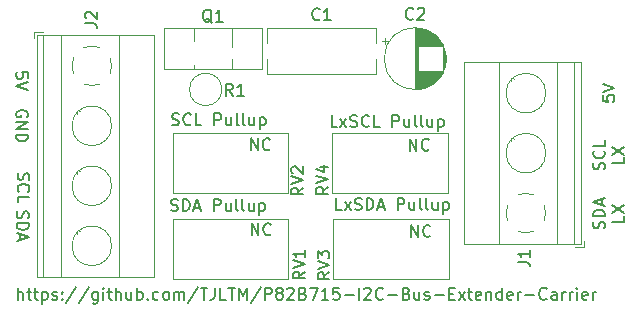
<source format=gbr>
%TF.GenerationSoftware,KiCad,Pcbnew,(6.0.0)*%
%TF.CreationDate,2022-02-19T20:02:02-08:00*%
%TF.ProjectId,P82B715-I2C-Bus-Extender-Carrier,50383242-3731-4352-9d49-32432d427573,rev?*%
%TF.SameCoordinates,Original*%
%TF.FileFunction,Legend,Top*%
%TF.FilePolarity,Positive*%
%FSLAX46Y46*%
G04 Gerber Fmt 4.6, Leading zero omitted, Abs format (unit mm)*
G04 Created by KiCad (PCBNEW (6.0.0)) date 2022-02-19 20:02:02*
%MOMM*%
%LPD*%
G01*
G04 APERTURE LIST*
%ADD10C,0.150000*%
%ADD11C,0.120000*%
G04 APERTURE END LIST*
D10*
X155710816Y-90126312D02*
X155758435Y-89983455D01*
X155758435Y-89745359D01*
X155710816Y-89650121D01*
X155663197Y-89602502D01*
X155567959Y-89554883D01*
X155472721Y-89554883D01*
X155377483Y-89602502D01*
X155329864Y-89650121D01*
X155282245Y-89745359D01*
X155234626Y-89935836D01*
X155187007Y-90031074D01*
X155139388Y-90078693D01*
X155044150Y-90126312D01*
X154948912Y-90126312D01*
X154853674Y-90078693D01*
X154806055Y-90031074D01*
X154758435Y-89935836D01*
X154758435Y-89697740D01*
X154806055Y-89554883D01*
X155663197Y-88554883D02*
X155710816Y-88602502D01*
X155758435Y-88745359D01*
X155758435Y-88840597D01*
X155710816Y-88983455D01*
X155615578Y-89078693D01*
X155520340Y-89126312D01*
X155329864Y-89173931D01*
X155187007Y-89173931D01*
X154996531Y-89126312D01*
X154901293Y-89078693D01*
X154806055Y-88983455D01*
X154758435Y-88840597D01*
X154758435Y-88745359D01*
X154806055Y-88602502D01*
X154853674Y-88554883D01*
X155758435Y-87650121D02*
X155758435Y-88126312D01*
X154758435Y-88126312D01*
X157368435Y-89102502D02*
X157368435Y-89578693D01*
X156368435Y-89578693D01*
X156368435Y-88864407D02*
X157368435Y-88197740D01*
X156368435Y-88197740D02*
X157368435Y-88864407D01*
X155563435Y-83858824D02*
X155563435Y-84335014D01*
X156039626Y-84382633D01*
X155992007Y-84335014D01*
X155944388Y-84239776D01*
X155944388Y-84001681D01*
X155992007Y-83906443D01*
X156039626Y-83858824D01*
X156134864Y-83811205D01*
X156372959Y-83811205D01*
X156468197Y-83858824D01*
X156515816Y-83906443D01*
X156563435Y-84001681D01*
X156563435Y-84239776D01*
X156515816Y-84335014D01*
X156468197Y-84382633D01*
X155563435Y-83525490D02*
X156563435Y-83192157D01*
X155563435Y-82858824D01*
X155710816Y-95104892D02*
X155758435Y-94962035D01*
X155758435Y-94723940D01*
X155710816Y-94628702D01*
X155663197Y-94581083D01*
X155567959Y-94533464D01*
X155472721Y-94533464D01*
X155377483Y-94581083D01*
X155329864Y-94628702D01*
X155282245Y-94723940D01*
X155234626Y-94914416D01*
X155187007Y-95009654D01*
X155139388Y-95057273D01*
X155044150Y-95104892D01*
X154948912Y-95104892D01*
X154853674Y-95057273D01*
X154806055Y-95009654D01*
X154758435Y-94914416D01*
X154758435Y-94676321D01*
X154806055Y-94533464D01*
X155758435Y-94104892D02*
X154758435Y-94104892D01*
X154758435Y-93866797D01*
X154806055Y-93723940D01*
X154901293Y-93628702D01*
X154996531Y-93581083D01*
X155187007Y-93533464D01*
X155329864Y-93533464D01*
X155520340Y-93581083D01*
X155615578Y-93628702D01*
X155710816Y-93723940D01*
X155758435Y-93866797D01*
X155758435Y-94104892D01*
X155472721Y-93152511D02*
X155472721Y-92676321D01*
X155758435Y-93247749D02*
X154758435Y-92914416D01*
X155758435Y-92581083D01*
X157368435Y-94057273D02*
X157368435Y-94533464D01*
X156368435Y-94533464D01*
X156368435Y-93819178D02*
X157368435Y-93152511D01*
X156368435Y-93152511D02*
X157368435Y-93819178D01*
X106863476Y-85659779D02*
X106911095Y-85564541D01*
X106911095Y-85421684D01*
X106863476Y-85278826D01*
X106768237Y-85183588D01*
X106672999Y-85135969D01*
X106482523Y-85088350D01*
X106339666Y-85088350D01*
X106149190Y-85135969D01*
X106053952Y-85183588D01*
X105958714Y-85278826D01*
X105911095Y-85421684D01*
X105911095Y-85516922D01*
X105958714Y-85659779D01*
X106006333Y-85707398D01*
X106339666Y-85707398D01*
X106339666Y-85516922D01*
X105911095Y-86135969D02*
X106911095Y-86135969D01*
X105911095Y-86707398D01*
X106911095Y-86707398D01*
X105911095Y-87183588D02*
X106911095Y-87183588D01*
X106911095Y-87421684D01*
X106863476Y-87564541D01*
X106768237Y-87659779D01*
X106672999Y-87707398D01*
X106482523Y-87755017D01*
X106339666Y-87755017D01*
X106149190Y-87707398D01*
X106053952Y-87659779D01*
X105958714Y-87564541D01*
X105911095Y-87421684D01*
X105911095Y-87183588D01*
X106911095Y-82384829D02*
X106911095Y-81908639D01*
X106434904Y-81861020D01*
X106482523Y-81908639D01*
X106530142Y-82003877D01*
X106530142Y-82241972D01*
X106482523Y-82337210D01*
X106434904Y-82384829D01*
X106339666Y-82432448D01*
X106101571Y-82432448D01*
X106006333Y-82384829D01*
X105958714Y-82337210D01*
X105911095Y-82241972D01*
X105911095Y-82003877D01*
X105958714Y-81908639D01*
X106006333Y-81861020D01*
X106911095Y-82718163D02*
X105911095Y-83051496D01*
X106911095Y-83384829D01*
X106083800Y-90422254D02*
X106036181Y-90565111D01*
X106036181Y-90803207D01*
X106083800Y-90898445D01*
X106131419Y-90946064D01*
X106226657Y-90993683D01*
X106321895Y-90993683D01*
X106417133Y-90946064D01*
X106464752Y-90898445D01*
X106512371Y-90803207D01*
X106559990Y-90612731D01*
X106607609Y-90517492D01*
X106655228Y-90469873D01*
X106750466Y-90422254D01*
X106845704Y-90422254D01*
X106940942Y-90469873D01*
X106988562Y-90517492D01*
X107036181Y-90612731D01*
X107036181Y-90850826D01*
X106988562Y-90993683D01*
X106131419Y-91993683D02*
X106083800Y-91946064D01*
X106036181Y-91803207D01*
X106036181Y-91707969D01*
X106083800Y-91565111D01*
X106179038Y-91469873D01*
X106274276Y-91422254D01*
X106464752Y-91374635D01*
X106607609Y-91374635D01*
X106798085Y-91422254D01*
X106893323Y-91469873D01*
X106988562Y-91565111D01*
X107036181Y-91707969D01*
X107036181Y-91803207D01*
X106988562Y-91946064D01*
X106940942Y-91993683D01*
X106036181Y-92898445D02*
X106036181Y-92422254D01*
X107036181Y-92422254D01*
X106021257Y-93681938D02*
X105973638Y-93824795D01*
X105973638Y-94062890D01*
X106021257Y-94158128D01*
X106068876Y-94205747D01*
X106164114Y-94253366D01*
X106259352Y-94253366D01*
X106354590Y-94205747D01*
X106402209Y-94158128D01*
X106449828Y-94062890D01*
X106497447Y-93872414D01*
X106545066Y-93777176D01*
X106592685Y-93729557D01*
X106687923Y-93681938D01*
X106783161Y-93681938D01*
X106878399Y-93729557D01*
X106926019Y-93777176D01*
X106973638Y-93872414D01*
X106973638Y-94110509D01*
X106926019Y-94253366D01*
X105973638Y-94681938D02*
X106973638Y-94681938D01*
X106973638Y-94920033D01*
X106926019Y-95062890D01*
X106830780Y-95158128D01*
X106735542Y-95205747D01*
X106545066Y-95253366D01*
X106402209Y-95253366D01*
X106211733Y-95205747D01*
X106116495Y-95158128D01*
X106021257Y-95062890D01*
X105973638Y-94920033D01*
X105973638Y-94681938D01*
X106259352Y-95634319D02*
X106259352Y-96110509D01*
X105973638Y-95539081D02*
X106973638Y-95872414D01*
X105973638Y-96205747D01*
X139374954Y-95831437D02*
X139374954Y-94831437D01*
X139946383Y-95831437D01*
X139946383Y-94831437D01*
X140994002Y-95736199D02*
X140946383Y-95783818D01*
X140803526Y-95831437D01*
X140708288Y-95831437D01*
X140565430Y-95783818D01*
X140470192Y-95688580D01*
X140422573Y-95593342D01*
X140374954Y-95402866D01*
X140374954Y-95260009D01*
X140422573Y-95069533D01*
X140470192Y-94974295D01*
X140565430Y-94879057D01*
X140708288Y-94831437D01*
X140803526Y-94831437D01*
X140946383Y-94879057D01*
X140994002Y-94926676D01*
X139236177Y-88521024D02*
X139236177Y-87521024D01*
X139807606Y-88521024D01*
X139807606Y-87521024D01*
X140855225Y-88425786D02*
X140807606Y-88473405D01*
X140664749Y-88521024D01*
X140569511Y-88521024D01*
X140426653Y-88473405D01*
X140331415Y-88378167D01*
X140283796Y-88282929D01*
X140236177Y-88092453D01*
X140236177Y-87949596D01*
X140283796Y-87759120D01*
X140331415Y-87663882D01*
X140426653Y-87568644D01*
X140569511Y-87521024D01*
X140664749Y-87521024D01*
X140807606Y-87568644D01*
X140855225Y-87616263D01*
X125845451Y-95695201D02*
X125845451Y-94695201D01*
X126416880Y-95695201D01*
X126416880Y-94695201D01*
X127464499Y-95599963D02*
X127416880Y-95647582D01*
X127274023Y-95695201D01*
X127178785Y-95695201D01*
X127035927Y-95647582D01*
X126940689Y-95552344D01*
X126893070Y-95457106D01*
X126845451Y-95266630D01*
X126845451Y-95123773D01*
X126893070Y-94933297D01*
X126940689Y-94838059D01*
X127035927Y-94742821D01*
X127178785Y-94695201D01*
X127274023Y-94695201D01*
X127416880Y-94742821D01*
X127464499Y-94790440D01*
X125784932Y-88493663D02*
X125784932Y-87493663D01*
X126356361Y-88493663D01*
X126356361Y-87493663D01*
X127403980Y-88398425D02*
X127356361Y-88446044D01*
X127213504Y-88493663D01*
X127118266Y-88493663D01*
X126975408Y-88446044D01*
X126880170Y-88350806D01*
X126832551Y-88255568D01*
X126784932Y-88065092D01*
X126784932Y-87922235D01*
X126832551Y-87731759D01*
X126880170Y-87636521D01*
X126975408Y-87541283D01*
X127118266Y-87493663D01*
X127213504Y-87493663D01*
X127356361Y-87541283D01*
X127403980Y-87588902D01*
X133492617Y-93550300D02*
X133016426Y-93550300D01*
X133016426Y-92550300D01*
X133730712Y-93550300D02*
X134254522Y-92883634D01*
X133730712Y-92883634D02*
X134254522Y-93550300D01*
X134587855Y-93502681D02*
X134730712Y-93550300D01*
X134968807Y-93550300D01*
X135064045Y-93502681D01*
X135111664Y-93455062D01*
X135159283Y-93359824D01*
X135159283Y-93264586D01*
X135111664Y-93169348D01*
X135064045Y-93121729D01*
X134968807Y-93074110D01*
X134778331Y-93026491D01*
X134683093Y-92978872D01*
X134635474Y-92931253D01*
X134587855Y-92836015D01*
X134587855Y-92740777D01*
X134635474Y-92645539D01*
X134683093Y-92597920D01*
X134778331Y-92550300D01*
X135016426Y-92550300D01*
X135159283Y-92597920D01*
X135587855Y-93550300D02*
X135587855Y-92550300D01*
X135825950Y-92550300D01*
X135968807Y-92597920D01*
X136064045Y-92693158D01*
X136111664Y-92788396D01*
X136159283Y-92978872D01*
X136159283Y-93121729D01*
X136111664Y-93312205D01*
X136064045Y-93407443D01*
X135968807Y-93502681D01*
X135825950Y-93550300D01*
X135587855Y-93550300D01*
X136540236Y-93264586D02*
X137016426Y-93264586D01*
X136444998Y-93550300D02*
X136778331Y-92550300D01*
X137111664Y-93550300D01*
X138206902Y-93550300D02*
X138206902Y-92550300D01*
X138587855Y-92550300D01*
X138683093Y-92597920D01*
X138730712Y-92645539D01*
X138778331Y-92740777D01*
X138778331Y-92883634D01*
X138730712Y-92978872D01*
X138683093Y-93026491D01*
X138587855Y-93074110D01*
X138206902Y-93074110D01*
X139635474Y-92883634D02*
X139635474Y-93550300D01*
X139206902Y-92883634D02*
X139206902Y-93407443D01*
X139254522Y-93502681D01*
X139349760Y-93550300D01*
X139492617Y-93550300D01*
X139587855Y-93502681D01*
X139635474Y-93455062D01*
X140254522Y-93550300D02*
X140159283Y-93502681D01*
X140111664Y-93407443D01*
X140111664Y-92550300D01*
X140778331Y-93550300D02*
X140683093Y-93502681D01*
X140635474Y-93407443D01*
X140635474Y-92550300D01*
X141587855Y-92883634D02*
X141587855Y-93550300D01*
X141159283Y-92883634D02*
X141159283Y-93407443D01*
X141206902Y-93502681D01*
X141302141Y-93550300D01*
X141444998Y-93550300D01*
X141540236Y-93502681D01*
X141587855Y-93455062D01*
X142064045Y-92883634D02*
X142064045Y-93883634D01*
X142064045Y-92931253D02*
X142159283Y-92883634D01*
X142349760Y-92883634D01*
X142444998Y-92931253D01*
X142492617Y-92978872D01*
X142540236Y-93074110D01*
X142540236Y-93359824D01*
X142492617Y-93455062D01*
X142444998Y-93502681D01*
X142349760Y-93550300D01*
X142159283Y-93550300D01*
X142064045Y-93502681D01*
X133110041Y-86532411D02*
X132633851Y-86532411D01*
X132633851Y-85532411D01*
X133348137Y-86532411D02*
X133871946Y-85865745D01*
X133348137Y-85865745D02*
X133871946Y-86532411D01*
X134205279Y-86484792D02*
X134348137Y-86532411D01*
X134586232Y-86532411D01*
X134681470Y-86484792D01*
X134729089Y-86437173D01*
X134776708Y-86341935D01*
X134776708Y-86246697D01*
X134729089Y-86151459D01*
X134681470Y-86103840D01*
X134586232Y-86056221D01*
X134395756Y-86008602D01*
X134300517Y-85960983D01*
X134252898Y-85913364D01*
X134205279Y-85818126D01*
X134205279Y-85722888D01*
X134252898Y-85627650D01*
X134300517Y-85580031D01*
X134395756Y-85532411D01*
X134633851Y-85532411D01*
X134776708Y-85580031D01*
X135776708Y-86437173D02*
X135729089Y-86484792D01*
X135586232Y-86532411D01*
X135490994Y-86532411D01*
X135348137Y-86484792D01*
X135252898Y-86389554D01*
X135205279Y-86294316D01*
X135157660Y-86103840D01*
X135157660Y-85960983D01*
X135205279Y-85770507D01*
X135252898Y-85675269D01*
X135348137Y-85580031D01*
X135490994Y-85532411D01*
X135586232Y-85532411D01*
X135729089Y-85580031D01*
X135776708Y-85627650D01*
X136681470Y-86532411D02*
X136205279Y-86532411D01*
X136205279Y-85532411D01*
X137776708Y-86532411D02*
X137776708Y-85532411D01*
X138157660Y-85532411D01*
X138252898Y-85580031D01*
X138300517Y-85627650D01*
X138348137Y-85722888D01*
X138348137Y-85865745D01*
X138300517Y-85960983D01*
X138252898Y-86008602D01*
X138157660Y-86056221D01*
X137776708Y-86056221D01*
X139205279Y-85865745D02*
X139205279Y-86532411D01*
X138776708Y-85865745D02*
X138776708Y-86389554D01*
X138824327Y-86484792D01*
X138919565Y-86532411D01*
X139062422Y-86532411D01*
X139157660Y-86484792D01*
X139205279Y-86437173D01*
X139824327Y-86532411D02*
X139729089Y-86484792D01*
X139681470Y-86389554D01*
X139681470Y-85532411D01*
X140348137Y-86532411D02*
X140252898Y-86484792D01*
X140205279Y-86389554D01*
X140205279Y-85532411D01*
X141157660Y-85865745D02*
X141157660Y-86532411D01*
X140729089Y-85865745D02*
X140729089Y-86389554D01*
X140776708Y-86484792D01*
X140871946Y-86532411D01*
X141014803Y-86532411D01*
X141110041Y-86484792D01*
X141157660Y-86437173D01*
X141633851Y-85865745D02*
X141633851Y-86865745D01*
X141633851Y-85913364D02*
X141729089Y-85865745D01*
X141919565Y-85865745D01*
X142014803Y-85913364D01*
X142062422Y-85960983D01*
X142110041Y-86056221D01*
X142110041Y-86341935D01*
X142062422Y-86437173D01*
X142014803Y-86484792D01*
X141919565Y-86532411D01*
X141729089Y-86532411D01*
X141633851Y-86484792D01*
X119127041Y-86335894D02*
X119269898Y-86383513D01*
X119507993Y-86383513D01*
X119603231Y-86335894D01*
X119650850Y-86288275D01*
X119698469Y-86193037D01*
X119698469Y-86097799D01*
X119650850Y-86002561D01*
X119603231Y-85954942D01*
X119507993Y-85907323D01*
X119317517Y-85859704D01*
X119222279Y-85812085D01*
X119174660Y-85764466D01*
X119127041Y-85669228D01*
X119127041Y-85573990D01*
X119174660Y-85478752D01*
X119222279Y-85431133D01*
X119317517Y-85383513D01*
X119555612Y-85383513D01*
X119698469Y-85431133D01*
X120698469Y-86288275D02*
X120650850Y-86335894D01*
X120507993Y-86383513D01*
X120412755Y-86383513D01*
X120269898Y-86335894D01*
X120174660Y-86240656D01*
X120127041Y-86145418D01*
X120079422Y-85954942D01*
X120079422Y-85812085D01*
X120127041Y-85621609D01*
X120174660Y-85526371D01*
X120269898Y-85431133D01*
X120412755Y-85383513D01*
X120507993Y-85383513D01*
X120650850Y-85431133D01*
X120698469Y-85478752D01*
X121603231Y-86383513D02*
X121127041Y-86383513D01*
X121127041Y-85383513D01*
X122698469Y-86383513D02*
X122698469Y-85383513D01*
X123079422Y-85383513D01*
X123174660Y-85431133D01*
X123222279Y-85478752D01*
X123269898Y-85573990D01*
X123269898Y-85716847D01*
X123222279Y-85812085D01*
X123174660Y-85859704D01*
X123079422Y-85907323D01*
X122698469Y-85907323D01*
X124127041Y-85716847D02*
X124127041Y-86383513D01*
X123698469Y-85716847D02*
X123698469Y-86240656D01*
X123746088Y-86335894D01*
X123841326Y-86383513D01*
X123984183Y-86383513D01*
X124079422Y-86335894D01*
X124127041Y-86288275D01*
X124746088Y-86383513D02*
X124650850Y-86335894D01*
X124603231Y-86240656D01*
X124603231Y-85383513D01*
X125269898Y-86383513D02*
X125174660Y-86335894D01*
X125127041Y-86240656D01*
X125127041Y-85383513D01*
X126079422Y-85716847D02*
X126079422Y-86383513D01*
X125650850Y-85716847D02*
X125650850Y-86240656D01*
X125698469Y-86335894D01*
X125793707Y-86383513D01*
X125936564Y-86383513D01*
X126031802Y-86335894D01*
X126079422Y-86288275D01*
X126555612Y-85716847D02*
X126555612Y-86716847D01*
X126555612Y-85764466D02*
X126650850Y-85716847D01*
X126841326Y-85716847D01*
X126936564Y-85764466D01*
X126984183Y-85812085D01*
X127031802Y-85907323D01*
X127031802Y-86193037D01*
X126984183Y-86288275D01*
X126936564Y-86335894D01*
X126841326Y-86383513D01*
X126650850Y-86383513D01*
X126555612Y-86335894D01*
X119028857Y-93598022D02*
X119171714Y-93645641D01*
X119409809Y-93645641D01*
X119505048Y-93598022D01*
X119552667Y-93550403D01*
X119600286Y-93455165D01*
X119600286Y-93359927D01*
X119552667Y-93264689D01*
X119505048Y-93217070D01*
X119409809Y-93169451D01*
X119219333Y-93121832D01*
X119124095Y-93074213D01*
X119076476Y-93026594D01*
X119028857Y-92931356D01*
X119028857Y-92836118D01*
X119076476Y-92740880D01*
X119124095Y-92693261D01*
X119219333Y-92645641D01*
X119457428Y-92645641D01*
X119600286Y-92693261D01*
X120028857Y-93645641D02*
X120028857Y-92645641D01*
X120266952Y-92645641D01*
X120409809Y-92693261D01*
X120505048Y-92788499D01*
X120552667Y-92883737D01*
X120600286Y-93074213D01*
X120600286Y-93217070D01*
X120552667Y-93407546D01*
X120505048Y-93502784D01*
X120409809Y-93598022D01*
X120266952Y-93645641D01*
X120028857Y-93645641D01*
X120981238Y-93359927D02*
X121457428Y-93359927D01*
X120886000Y-93645641D02*
X121219333Y-92645641D01*
X121552667Y-93645641D01*
X122647905Y-93645641D02*
X122647905Y-92645641D01*
X123028857Y-92645641D01*
X123124095Y-92693261D01*
X123171714Y-92740880D01*
X123219333Y-92836118D01*
X123219333Y-92978975D01*
X123171714Y-93074213D01*
X123124095Y-93121832D01*
X123028857Y-93169451D01*
X122647905Y-93169451D01*
X124076476Y-92978975D02*
X124076476Y-93645641D01*
X123647905Y-92978975D02*
X123647905Y-93502784D01*
X123695524Y-93598022D01*
X123790762Y-93645641D01*
X123933619Y-93645641D01*
X124028857Y-93598022D01*
X124076476Y-93550403D01*
X124695524Y-93645641D02*
X124600286Y-93598022D01*
X124552667Y-93502784D01*
X124552667Y-92645641D01*
X125219333Y-93645641D02*
X125124095Y-93598022D01*
X125076476Y-93502784D01*
X125076476Y-92645641D01*
X126028857Y-92978975D02*
X126028857Y-93645641D01*
X125600286Y-92978975D02*
X125600286Y-93502784D01*
X125647905Y-93598022D01*
X125743143Y-93645641D01*
X125886000Y-93645641D01*
X125981238Y-93598022D01*
X126028857Y-93550403D01*
X126505048Y-92978975D02*
X126505048Y-93978975D01*
X126505048Y-93026594D02*
X126600286Y-92978975D01*
X126790762Y-92978975D01*
X126886000Y-93026594D01*
X126933619Y-93074213D01*
X126981238Y-93169451D01*
X126981238Y-93455165D01*
X126933619Y-93550403D01*
X126886000Y-93598022D01*
X126790762Y-93645641D01*
X126600286Y-93645641D01*
X126505048Y-93598022D01*
X106057021Y-101152996D02*
X106057021Y-100152996D01*
X106485592Y-101152996D02*
X106485592Y-100629187D01*
X106437973Y-100533949D01*
X106342735Y-100486330D01*
X106199878Y-100486330D01*
X106104640Y-100533949D01*
X106057021Y-100581568D01*
X106818925Y-100486330D02*
X107199878Y-100486330D01*
X106961783Y-100152996D02*
X106961783Y-101010139D01*
X107009402Y-101105377D01*
X107104640Y-101152996D01*
X107199878Y-101152996D01*
X107390354Y-100486330D02*
X107771306Y-100486330D01*
X107533211Y-100152996D02*
X107533211Y-101010139D01*
X107580830Y-101105377D01*
X107676068Y-101152996D01*
X107771306Y-101152996D01*
X108104640Y-100486330D02*
X108104640Y-101486330D01*
X108104640Y-100533949D02*
X108199878Y-100486330D01*
X108390354Y-100486330D01*
X108485592Y-100533949D01*
X108533211Y-100581568D01*
X108580830Y-100676806D01*
X108580830Y-100962520D01*
X108533211Y-101057758D01*
X108485592Y-101105377D01*
X108390354Y-101152996D01*
X108199878Y-101152996D01*
X108104640Y-101105377D01*
X108961783Y-101105377D02*
X109057021Y-101152996D01*
X109247497Y-101152996D01*
X109342735Y-101105377D01*
X109390354Y-101010139D01*
X109390354Y-100962520D01*
X109342735Y-100867282D01*
X109247497Y-100819663D01*
X109104640Y-100819663D01*
X109009402Y-100772044D01*
X108961783Y-100676806D01*
X108961783Y-100629187D01*
X109009402Y-100533949D01*
X109104640Y-100486330D01*
X109247497Y-100486330D01*
X109342735Y-100533949D01*
X109818925Y-101057758D02*
X109866544Y-101105377D01*
X109818925Y-101152996D01*
X109771306Y-101105377D01*
X109818925Y-101057758D01*
X109818925Y-101152996D01*
X109818925Y-100533949D02*
X109866544Y-100581568D01*
X109818925Y-100629187D01*
X109771306Y-100581568D01*
X109818925Y-100533949D01*
X109818925Y-100629187D01*
X111009402Y-100105377D02*
X110152259Y-101391092D01*
X112057021Y-100105377D02*
X111199878Y-101391092D01*
X112818925Y-100486330D02*
X112818925Y-101295854D01*
X112771306Y-101391092D01*
X112723687Y-101438711D01*
X112628449Y-101486330D01*
X112485592Y-101486330D01*
X112390354Y-101438711D01*
X112818925Y-101105377D02*
X112723687Y-101152996D01*
X112533211Y-101152996D01*
X112437973Y-101105377D01*
X112390354Y-101057758D01*
X112342735Y-100962520D01*
X112342735Y-100676806D01*
X112390354Y-100581568D01*
X112437973Y-100533949D01*
X112533211Y-100486330D01*
X112723687Y-100486330D01*
X112818925Y-100533949D01*
X113295116Y-101152996D02*
X113295116Y-100486330D01*
X113295116Y-100152996D02*
X113247497Y-100200616D01*
X113295116Y-100248235D01*
X113342735Y-100200616D01*
X113295116Y-100152996D01*
X113295116Y-100248235D01*
X113628449Y-100486330D02*
X114009402Y-100486330D01*
X113771306Y-100152996D02*
X113771306Y-101010139D01*
X113818925Y-101105377D01*
X113914163Y-101152996D01*
X114009402Y-101152996D01*
X114342735Y-101152996D02*
X114342735Y-100152996D01*
X114771306Y-101152996D02*
X114771306Y-100629187D01*
X114723687Y-100533949D01*
X114628449Y-100486330D01*
X114485592Y-100486330D01*
X114390354Y-100533949D01*
X114342735Y-100581568D01*
X115676068Y-100486330D02*
X115676068Y-101152996D01*
X115247497Y-100486330D02*
X115247497Y-101010139D01*
X115295116Y-101105377D01*
X115390354Y-101152996D01*
X115533211Y-101152996D01*
X115628449Y-101105377D01*
X115676068Y-101057758D01*
X116152259Y-101152996D02*
X116152259Y-100152996D01*
X116152259Y-100533949D02*
X116247497Y-100486330D01*
X116437973Y-100486330D01*
X116533211Y-100533949D01*
X116580830Y-100581568D01*
X116628449Y-100676806D01*
X116628449Y-100962520D01*
X116580830Y-101057758D01*
X116533211Y-101105377D01*
X116437973Y-101152996D01*
X116247497Y-101152996D01*
X116152259Y-101105377D01*
X117057021Y-101057758D02*
X117104640Y-101105377D01*
X117057021Y-101152996D01*
X117009402Y-101105377D01*
X117057021Y-101057758D01*
X117057021Y-101152996D01*
X117961783Y-101105377D02*
X117866544Y-101152996D01*
X117676068Y-101152996D01*
X117580830Y-101105377D01*
X117533211Y-101057758D01*
X117485592Y-100962520D01*
X117485592Y-100676806D01*
X117533211Y-100581568D01*
X117580830Y-100533949D01*
X117676068Y-100486330D01*
X117866544Y-100486330D01*
X117961783Y-100533949D01*
X118533211Y-101152996D02*
X118437973Y-101105377D01*
X118390354Y-101057758D01*
X118342735Y-100962520D01*
X118342735Y-100676806D01*
X118390354Y-100581568D01*
X118437973Y-100533949D01*
X118533211Y-100486330D01*
X118676068Y-100486330D01*
X118771306Y-100533949D01*
X118818925Y-100581568D01*
X118866544Y-100676806D01*
X118866544Y-100962520D01*
X118818925Y-101057758D01*
X118771306Y-101105377D01*
X118676068Y-101152996D01*
X118533211Y-101152996D01*
X119295116Y-101152996D02*
X119295116Y-100486330D01*
X119295116Y-100581568D02*
X119342735Y-100533949D01*
X119437973Y-100486330D01*
X119580830Y-100486330D01*
X119676068Y-100533949D01*
X119723687Y-100629187D01*
X119723687Y-101152996D01*
X119723687Y-100629187D02*
X119771306Y-100533949D01*
X119866544Y-100486330D01*
X120009402Y-100486330D01*
X120104640Y-100533949D01*
X120152259Y-100629187D01*
X120152259Y-101152996D01*
X121342735Y-100105377D02*
X120485592Y-101391092D01*
X121533211Y-100152996D02*
X122104640Y-100152996D01*
X121818925Y-101152996D02*
X121818925Y-100152996D01*
X122723687Y-100152996D02*
X122723687Y-100867282D01*
X122676068Y-101010139D01*
X122580830Y-101105377D01*
X122437973Y-101152996D01*
X122342735Y-101152996D01*
X123676068Y-101152996D02*
X123199878Y-101152996D01*
X123199878Y-100152996D01*
X123866544Y-100152996D02*
X124437973Y-100152996D01*
X124152259Y-101152996D02*
X124152259Y-100152996D01*
X124771306Y-101152996D02*
X124771306Y-100152996D01*
X125104640Y-100867282D01*
X125437973Y-100152996D01*
X125437973Y-101152996D01*
X126628449Y-100105377D02*
X125771306Y-101391092D01*
X126961783Y-101152996D02*
X126961783Y-100152996D01*
X127342735Y-100152996D01*
X127437973Y-100200616D01*
X127485592Y-100248235D01*
X127533211Y-100343473D01*
X127533211Y-100486330D01*
X127485592Y-100581568D01*
X127437973Y-100629187D01*
X127342735Y-100676806D01*
X126961783Y-100676806D01*
X128104640Y-100581568D02*
X128009402Y-100533949D01*
X127961783Y-100486330D01*
X127914163Y-100391092D01*
X127914163Y-100343473D01*
X127961783Y-100248235D01*
X128009402Y-100200616D01*
X128104640Y-100152996D01*
X128295116Y-100152996D01*
X128390354Y-100200616D01*
X128437973Y-100248235D01*
X128485592Y-100343473D01*
X128485592Y-100391092D01*
X128437973Y-100486330D01*
X128390354Y-100533949D01*
X128295116Y-100581568D01*
X128104640Y-100581568D01*
X128009402Y-100629187D01*
X127961783Y-100676806D01*
X127914163Y-100772044D01*
X127914163Y-100962520D01*
X127961783Y-101057758D01*
X128009402Y-101105377D01*
X128104640Y-101152996D01*
X128295116Y-101152996D01*
X128390354Y-101105377D01*
X128437973Y-101057758D01*
X128485592Y-100962520D01*
X128485592Y-100772044D01*
X128437973Y-100676806D01*
X128390354Y-100629187D01*
X128295116Y-100581568D01*
X128866544Y-100248235D02*
X128914163Y-100200616D01*
X129009402Y-100152996D01*
X129247497Y-100152996D01*
X129342735Y-100200616D01*
X129390354Y-100248235D01*
X129437973Y-100343473D01*
X129437973Y-100438711D01*
X129390354Y-100581568D01*
X128818925Y-101152996D01*
X129437973Y-101152996D01*
X130199878Y-100629187D02*
X130342735Y-100676806D01*
X130390354Y-100724425D01*
X130437973Y-100819663D01*
X130437973Y-100962520D01*
X130390354Y-101057758D01*
X130342735Y-101105377D01*
X130247497Y-101152996D01*
X129866544Y-101152996D01*
X129866544Y-100152996D01*
X130199878Y-100152996D01*
X130295116Y-100200616D01*
X130342735Y-100248235D01*
X130390354Y-100343473D01*
X130390354Y-100438711D01*
X130342735Y-100533949D01*
X130295116Y-100581568D01*
X130199878Y-100629187D01*
X129866544Y-100629187D01*
X130771306Y-100152996D02*
X131437973Y-100152996D01*
X131009402Y-101152996D01*
X132342735Y-101152996D02*
X131771306Y-101152996D01*
X132057021Y-101152996D02*
X132057021Y-100152996D01*
X131961782Y-100295854D01*
X131866544Y-100391092D01*
X131771306Y-100438711D01*
X133247497Y-100152996D02*
X132771306Y-100152996D01*
X132723687Y-100629187D01*
X132771306Y-100581568D01*
X132866544Y-100533949D01*
X133104640Y-100533949D01*
X133199878Y-100581568D01*
X133247497Y-100629187D01*
X133295116Y-100724425D01*
X133295116Y-100962520D01*
X133247497Y-101057758D01*
X133199878Y-101105377D01*
X133104640Y-101152996D01*
X132866544Y-101152996D01*
X132771306Y-101105377D01*
X132723687Y-101057758D01*
X133723687Y-100772044D02*
X134485592Y-100772044D01*
X134961783Y-101152996D02*
X134961783Y-100152996D01*
X135390354Y-100248235D02*
X135437973Y-100200616D01*
X135533211Y-100152996D01*
X135771306Y-100152996D01*
X135866544Y-100200616D01*
X135914163Y-100248235D01*
X135961783Y-100343473D01*
X135961783Y-100438711D01*
X135914163Y-100581568D01*
X135342735Y-101152996D01*
X135961783Y-101152996D01*
X136961783Y-101057758D02*
X136914163Y-101105377D01*
X136771306Y-101152996D01*
X136676068Y-101152996D01*
X136533211Y-101105377D01*
X136437973Y-101010139D01*
X136390354Y-100914901D01*
X136342735Y-100724425D01*
X136342735Y-100581568D01*
X136390354Y-100391092D01*
X136437973Y-100295854D01*
X136533211Y-100200616D01*
X136676068Y-100152996D01*
X136771306Y-100152996D01*
X136914163Y-100200616D01*
X136961783Y-100248235D01*
X137390354Y-100772044D02*
X138152259Y-100772044D01*
X138961783Y-100629187D02*
X139104640Y-100676806D01*
X139152259Y-100724425D01*
X139199878Y-100819663D01*
X139199878Y-100962520D01*
X139152259Y-101057758D01*
X139104640Y-101105377D01*
X139009402Y-101152996D01*
X138628449Y-101152996D01*
X138628449Y-100152996D01*
X138961783Y-100152996D01*
X139057021Y-100200616D01*
X139104640Y-100248235D01*
X139152259Y-100343473D01*
X139152259Y-100438711D01*
X139104640Y-100533949D01*
X139057021Y-100581568D01*
X138961783Y-100629187D01*
X138628449Y-100629187D01*
X140057021Y-100486330D02*
X140057021Y-101152996D01*
X139628449Y-100486330D02*
X139628449Y-101010139D01*
X139676068Y-101105377D01*
X139771306Y-101152996D01*
X139914163Y-101152996D01*
X140009402Y-101105377D01*
X140057021Y-101057758D01*
X140485592Y-101105377D02*
X140580830Y-101152996D01*
X140771306Y-101152996D01*
X140866544Y-101105377D01*
X140914163Y-101010139D01*
X140914163Y-100962520D01*
X140866544Y-100867282D01*
X140771306Y-100819663D01*
X140628449Y-100819663D01*
X140533211Y-100772044D01*
X140485592Y-100676806D01*
X140485592Y-100629187D01*
X140533211Y-100533949D01*
X140628449Y-100486330D01*
X140771306Y-100486330D01*
X140866544Y-100533949D01*
X141342735Y-100772044D02*
X142104640Y-100772044D01*
X142580830Y-100629187D02*
X142914163Y-100629187D01*
X143057021Y-101152996D02*
X142580830Y-101152996D01*
X142580830Y-100152996D01*
X143057021Y-100152996D01*
X143390354Y-101152996D02*
X143914163Y-100486330D01*
X143390354Y-100486330D02*
X143914163Y-101152996D01*
X144152259Y-100486330D02*
X144533211Y-100486330D01*
X144295116Y-100152996D02*
X144295116Y-101010139D01*
X144342735Y-101105377D01*
X144437973Y-101152996D01*
X144533211Y-101152996D01*
X145247497Y-101105377D02*
X145152259Y-101152996D01*
X144961783Y-101152996D01*
X144866544Y-101105377D01*
X144818925Y-101010139D01*
X144818925Y-100629187D01*
X144866544Y-100533949D01*
X144961783Y-100486330D01*
X145152259Y-100486330D01*
X145247497Y-100533949D01*
X145295116Y-100629187D01*
X145295116Y-100724425D01*
X144818925Y-100819663D01*
X145723687Y-100486330D02*
X145723687Y-101152996D01*
X145723687Y-100581568D02*
X145771306Y-100533949D01*
X145866544Y-100486330D01*
X146009402Y-100486330D01*
X146104640Y-100533949D01*
X146152259Y-100629187D01*
X146152259Y-101152996D01*
X147057021Y-101152996D02*
X147057021Y-100152996D01*
X147057021Y-101105377D02*
X146961783Y-101152996D01*
X146771306Y-101152996D01*
X146676068Y-101105377D01*
X146628449Y-101057758D01*
X146580830Y-100962520D01*
X146580830Y-100676806D01*
X146628449Y-100581568D01*
X146676068Y-100533949D01*
X146771306Y-100486330D01*
X146961783Y-100486330D01*
X147057021Y-100533949D01*
X147914163Y-101105377D02*
X147818925Y-101152996D01*
X147628449Y-101152996D01*
X147533211Y-101105377D01*
X147485592Y-101010139D01*
X147485592Y-100629187D01*
X147533211Y-100533949D01*
X147628449Y-100486330D01*
X147818925Y-100486330D01*
X147914163Y-100533949D01*
X147961782Y-100629187D01*
X147961782Y-100724425D01*
X147485592Y-100819663D01*
X148390354Y-101152996D02*
X148390354Y-100486330D01*
X148390354Y-100676806D02*
X148437973Y-100581568D01*
X148485592Y-100533949D01*
X148580830Y-100486330D01*
X148676068Y-100486330D01*
X149009402Y-100772044D02*
X149771306Y-100772044D01*
X150818925Y-101057758D02*
X150771306Y-101105377D01*
X150628449Y-101152996D01*
X150533211Y-101152996D01*
X150390354Y-101105377D01*
X150295116Y-101010139D01*
X150247497Y-100914901D01*
X150199878Y-100724425D01*
X150199878Y-100581568D01*
X150247497Y-100391092D01*
X150295116Y-100295854D01*
X150390354Y-100200616D01*
X150533211Y-100152996D01*
X150628449Y-100152996D01*
X150771306Y-100200616D01*
X150818925Y-100248235D01*
X151676068Y-101152996D02*
X151676068Y-100629187D01*
X151628449Y-100533949D01*
X151533211Y-100486330D01*
X151342735Y-100486330D01*
X151247497Y-100533949D01*
X151676068Y-101105377D02*
X151580830Y-101152996D01*
X151342735Y-101152996D01*
X151247497Y-101105377D01*
X151199878Y-101010139D01*
X151199878Y-100914901D01*
X151247497Y-100819663D01*
X151342735Y-100772044D01*
X151580830Y-100772044D01*
X151676068Y-100724425D01*
X152152259Y-101152996D02*
X152152259Y-100486330D01*
X152152259Y-100676806D02*
X152199878Y-100581568D01*
X152247497Y-100533949D01*
X152342735Y-100486330D01*
X152437973Y-100486330D01*
X152771306Y-101152996D02*
X152771306Y-100486330D01*
X152771306Y-100676806D02*
X152818925Y-100581568D01*
X152866544Y-100533949D01*
X152961782Y-100486330D01*
X153057021Y-100486330D01*
X153390354Y-101152996D02*
X153390354Y-100486330D01*
X153390354Y-100152996D02*
X153342735Y-100200616D01*
X153390354Y-100248235D01*
X153437973Y-100200616D01*
X153390354Y-100152996D01*
X153390354Y-100248235D01*
X154247497Y-101105377D02*
X154152259Y-101152996D01*
X153961783Y-101152996D01*
X153866544Y-101105377D01*
X153818925Y-101010139D01*
X153818925Y-100629187D01*
X153866544Y-100533949D01*
X153961783Y-100486330D01*
X154152259Y-100486330D01*
X154247497Y-100533949D01*
X154295116Y-100629187D01*
X154295116Y-100724425D01*
X153818925Y-100819663D01*
X154723687Y-101152996D02*
X154723687Y-100486330D01*
X154723687Y-100676806D02*
X154771306Y-100581568D01*
X154818925Y-100533949D01*
X154914163Y-100486330D01*
X155009402Y-100486330D01*
%TO.C,R1*%
X124244475Y-83875678D02*
X123911142Y-83399488D01*
X123673046Y-83875678D02*
X123673046Y-82875678D01*
X124053999Y-82875678D01*
X124149237Y-82923298D01*
X124196856Y-82970917D01*
X124244475Y-83066155D01*
X124244475Y-83209012D01*
X124196856Y-83304250D01*
X124149237Y-83351869D01*
X124053999Y-83399488D01*
X123673046Y-83399488D01*
X125196856Y-83875678D02*
X124625427Y-83875678D01*
X124911142Y-83875678D02*
X124911142Y-82875678D01*
X124815903Y-83018536D01*
X124720665Y-83113774D01*
X124625427Y-83161393D01*
%TO.C,J1*%
X148398031Y-97958577D02*
X149112317Y-97958577D01*
X149255174Y-98006196D01*
X149350412Y-98101434D01*
X149398031Y-98244291D01*
X149398031Y-98339529D01*
X149398031Y-96958577D02*
X149398031Y-97530005D01*
X149398031Y-97244291D02*
X148398031Y-97244291D01*
X148540889Y-97339529D01*
X148636127Y-97434767D01*
X148683746Y-97530005D01*
%TO.C,C2*%
X139527271Y-77344900D02*
X139479652Y-77392519D01*
X139336795Y-77440138D01*
X139241557Y-77440138D01*
X139098699Y-77392519D01*
X139003461Y-77297281D01*
X138955842Y-77202043D01*
X138908223Y-77011567D01*
X138908223Y-76868710D01*
X138955842Y-76678234D01*
X139003461Y-76582996D01*
X139098699Y-76487758D01*
X139241557Y-76440138D01*
X139336795Y-76440138D01*
X139479652Y-76487758D01*
X139527271Y-76535377D01*
X139908223Y-76535377D02*
X139955842Y-76487758D01*
X140051080Y-76440138D01*
X140289176Y-76440138D01*
X140384414Y-76487758D01*
X140432033Y-76535377D01*
X140479652Y-76630615D01*
X140479652Y-76725853D01*
X140432033Y-76868710D01*
X139860604Y-77440138D01*
X140479652Y-77440138D01*
%TO.C,Q1*%
X122479645Y-77696050D02*
X122384407Y-77648431D01*
X122289169Y-77553192D01*
X122146312Y-77410335D01*
X122051074Y-77362716D01*
X121955836Y-77362716D01*
X122003455Y-77600811D02*
X121908217Y-77553192D01*
X121812979Y-77457954D01*
X121765360Y-77267478D01*
X121765360Y-76934145D01*
X121812979Y-76743669D01*
X121908217Y-76648431D01*
X122003455Y-76600811D01*
X122193931Y-76600811D01*
X122289169Y-76648431D01*
X122384407Y-76743669D01*
X122432026Y-76934145D01*
X122432026Y-77267478D01*
X122384407Y-77457954D01*
X122289169Y-77553192D01*
X122193931Y-77600811D01*
X122003455Y-77600811D01*
X123384407Y-77600811D02*
X122812979Y-77600811D01*
X123098693Y-77600811D02*
X123098693Y-76600811D01*
X123003455Y-76743669D01*
X122908217Y-76838907D01*
X122812979Y-76886526D01*
%TO.C,J2*%
X111746802Y-77764144D02*
X112461088Y-77764144D01*
X112603945Y-77811763D01*
X112699183Y-77907001D01*
X112746802Y-78049858D01*
X112746802Y-78145096D01*
X111842041Y-77335572D02*
X111794422Y-77287953D01*
X111746802Y-77192715D01*
X111746802Y-76954620D01*
X111794422Y-76859382D01*
X111842041Y-76811763D01*
X111937279Y-76764144D01*
X112032517Y-76764144D01*
X112175374Y-76811763D01*
X112746802Y-77383191D01*
X112746802Y-76764144D01*
%TO.C,RV3*%
X132441248Y-98843658D02*
X131965058Y-99176991D01*
X132441248Y-99415086D02*
X131441248Y-99415086D01*
X131441248Y-99034134D01*
X131488868Y-98938896D01*
X131536487Y-98891277D01*
X131631725Y-98843658D01*
X131774582Y-98843658D01*
X131869820Y-98891277D01*
X131917439Y-98938896D01*
X131965058Y-99034134D01*
X131965058Y-99415086D01*
X131441248Y-98557943D02*
X132441248Y-98224610D01*
X131441248Y-97891277D01*
X131441248Y-97653181D02*
X131441248Y-97034134D01*
X131822201Y-97367467D01*
X131822201Y-97224610D01*
X131869820Y-97129372D01*
X131917439Y-97081753D01*
X132012677Y-97034134D01*
X132250772Y-97034134D01*
X132346010Y-97081753D01*
X132393629Y-97129372D01*
X132441248Y-97224610D01*
X132441248Y-97510324D01*
X132393629Y-97605562D01*
X132346010Y-97653181D01*
%TO.C,RV2*%
X130217506Y-91669260D02*
X129741316Y-92002593D01*
X130217506Y-92240688D02*
X129217506Y-92240688D01*
X129217506Y-91859736D01*
X129265126Y-91764498D01*
X129312745Y-91716879D01*
X129407983Y-91669260D01*
X129550840Y-91669260D01*
X129646078Y-91716879D01*
X129693697Y-91764498D01*
X129741316Y-91859736D01*
X129741316Y-92240688D01*
X129217506Y-91383545D02*
X130217506Y-91050212D01*
X129217506Y-90716879D01*
X129312745Y-90431164D02*
X129265126Y-90383545D01*
X129217506Y-90288307D01*
X129217506Y-90050212D01*
X129265126Y-89954974D01*
X129312745Y-89907355D01*
X129407983Y-89859736D01*
X129503221Y-89859736D01*
X129646078Y-89907355D01*
X130217506Y-90478783D01*
X130217506Y-89859736D01*
%TO.C,C1*%
X131601999Y-77388201D02*
X131554380Y-77435820D01*
X131411523Y-77483439D01*
X131316285Y-77483439D01*
X131173427Y-77435820D01*
X131078189Y-77340582D01*
X131030570Y-77245344D01*
X130982951Y-77054868D01*
X130982951Y-76912011D01*
X131030570Y-76721535D01*
X131078189Y-76626297D01*
X131173427Y-76531059D01*
X131316285Y-76483439D01*
X131411523Y-76483439D01*
X131554380Y-76531059D01*
X131601999Y-76578678D01*
X132554380Y-77483439D02*
X131982951Y-77483439D01*
X132268666Y-77483439D02*
X132268666Y-76483439D01*
X132173427Y-76626297D01*
X132078189Y-76721535D01*
X131982951Y-76769154D01*
%TO.C,RV1*%
X130356490Y-98781115D02*
X129880300Y-99114448D01*
X130356490Y-99352543D02*
X129356490Y-99352543D01*
X129356490Y-98971591D01*
X129404110Y-98876353D01*
X129451729Y-98828734D01*
X129546967Y-98781115D01*
X129689824Y-98781115D01*
X129785062Y-98828734D01*
X129832681Y-98876353D01*
X129880300Y-98971591D01*
X129880300Y-99352543D01*
X129356490Y-98495400D02*
X130356490Y-98162067D01*
X129356490Y-97828734D01*
X130356490Y-96971591D02*
X130356490Y-97543019D01*
X130356490Y-97257305D02*
X129356490Y-97257305D01*
X129499348Y-97352543D01*
X129594586Y-97447781D01*
X129642205Y-97543019D01*
%TO.C,RV4*%
X132337010Y-91588701D02*
X131860820Y-91922034D01*
X132337010Y-92160129D02*
X131337010Y-92160129D01*
X131337010Y-91779177D01*
X131384630Y-91683939D01*
X131432249Y-91636320D01*
X131527487Y-91588701D01*
X131670344Y-91588701D01*
X131765582Y-91636320D01*
X131813201Y-91683939D01*
X131860820Y-91779177D01*
X131860820Y-92160129D01*
X131337010Y-91302986D02*
X132337010Y-90969653D01*
X131337010Y-90636320D01*
X131670344Y-89874415D02*
X132337010Y-89874415D01*
X131289391Y-90112510D02*
X132003677Y-90350605D01*
X132003677Y-89731558D01*
D11*
%TO.C,R1*%
X120589428Y-83348321D02*
X120519428Y-83348321D01*
X123329428Y-83348321D02*
G75*
G03*
X123329428Y-83348321I-1370000J0D01*
G01*
%TO.C,J1*%
X150308653Y-84694410D02*
X150343653Y-84729410D01*
X153229653Y-96660410D02*
X153969653Y-96660410D01*
X143808653Y-81060410D02*
X153729653Y-81060410D01*
X143808653Y-96420410D02*
X143808653Y-81060410D01*
X153169653Y-96420410D02*
X153169653Y-81060410D01*
X147794653Y-87670410D02*
X147830653Y-87705410D01*
X150092653Y-84887410D02*
X150138653Y-84934410D01*
X146768653Y-96420410D02*
X146768653Y-81060410D01*
X150308653Y-89774410D02*
X150343653Y-89809410D01*
X153729653Y-96420410D02*
X153729653Y-81060410D01*
X143808653Y-96420410D02*
X153729653Y-96420410D01*
X148000653Y-82385410D02*
X148046653Y-82432410D01*
X148000653Y-87465410D02*
X148046653Y-87512410D01*
X151669653Y-96420410D02*
X151669653Y-81060410D01*
X147794653Y-82590410D02*
X147830653Y-82625410D01*
X153969653Y-96660410D02*
X153969653Y-96160410D01*
X150092653Y-89967410D02*
X150138653Y-90014410D01*
X149753653Y-92285410D02*
G75*
G03*
X148386611Y-92284983I-684001J-1534993D01*
G01*
X148385653Y-95355410D02*
G75*
G03*
X149752695Y-95355837I684001J1534993D01*
G01*
X150749653Y-93820410D02*
G75*
G03*
X150604409Y-93137092I-1679992J1D01*
G01*
X150604653Y-94504410D02*
G75*
G03*
X150749906Y-93791605I-1535001J683999D01*
G01*
X147534653Y-93136410D02*
G75*
G03*
X147534226Y-94503452I1534993J-684001D01*
G01*
X150749653Y-88740410D02*
G75*
G03*
X150749653Y-88740410I-1680000J0D01*
G01*
X150749653Y-83660410D02*
G75*
G03*
X150749653Y-83660410I-1680000J0D01*
G01*
%TO.C,C2*%
X139733938Y-78157758D02*
X139733938Y-83317758D01*
X139693938Y-78157758D02*
X139693938Y-83317758D01*
X140654938Y-78339758D02*
X140654938Y-79697758D01*
X141854938Y-79294758D02*
X141854938Y-79697758D01*
X141334938Y-81777758D02*
X141334938Y-82741758D01*
X140654938Y-81777758D02*
X140654938Y-83135758D01*
X140093938Y-78187758D02*
X140093938Y-79697758D01*
X140373938Y-81777758D02*
X140373938Y-83228758D01*
X140894938Y-78447758D02*
X140894938Y-79697758D01*
X140614938Y-78323758D02*
X140614938Y-79697758D01*
X141614938Y-81777758D02*
X141614938Y-82480758D01*
X140814938Y-78408758D02*
X140814938Y-79697758D01*
X139773938Y-78158758D02*
X139773938Y-83316758D01*
X142254938Y-80219758D02*
X142254938Y-81255758D01*
X140534938Y-81777758D02*
X140534938Y-83179758D01*
X140934938Y-78469758D02*
X140934938Y-79697758D01*
X141774938Y-81777758D02*
X141774938Y-82291758D01*
X142174938Y-79932758D02*
X142174938Y-81542758D01*
X141494938Y-78873758D02*
X141494938Y-79697758D01*
X141974938Y-79486758D02*
X141974938Y-79697758D01*
X141134938Y-78588758D02*
X141134938Y-79697758D01*
X141814938Y-81777758D02*
X141814938Y-82237758D01*
X140974938Y-81777758D02*
X140974938Y-82984758D01*
X141454938Y-81777758D02*
X141454938Y-82638758D01*
X140213938Y-78209758D02*
X140213938Y-79697758D01*
X142094938Y-79726758D02*
X142094938Y-81748758D01*
X141294938Y-81777758D02*
X141294938Y-82772758D01*
X142054938Y-79639758D02*
X142054938Y-81835758D01*
X140694938Y-81777758D02*
X140694938Y-83119758D01*
X140574938Y-78309758D02*
X140574938Y-79697758D01*
X140013938Y-78176758D02*
X140013938Y-79697758D01*
X140053938Y-78181758D02*
X140053938Y-79697758D01*
X139853938Y-78161758D02*
X139853938Y-83313758D01*
X141734938Y-79132758D02*
X141734938Y-79697758D01*
X141134938Y-81777758D02*
X141134938Y-82886758D01*
X139973938Y-81777758D02*
X139973938Y-83302758D01*
X140333938Y-81777758D02*
X140333938Y-83238758D01*
X141094938Y-81777758D02*
X141094938Y-82912758D01*
X140854938Y-81777758D02*
X140854938Y-83047758D01*
X141894938Y-81777758D02*
X141894938Y-82120758D01*
X141934938Y-81777758D02*
X141934938Y-82056758D01*
X141654938Y-79038758D02*
X141654938Y-79697758D01*
X141054938Y-78537758D02*
X141054938Y-79697758D01*
X139893938Y-78164758D02*
X139893938Y-83310758D01*
X140414938Y-81777758D02*
X140414938Y-83217758D01*
X141694938Y-81777758D02*
X141694938Y-82390758D01*
X141254938Y-78672758D02*
X141254938Y-79697758D01*
X137139163Y-79012758D02*
X137139163Y-79512758D01*
X141734938Y-81777758D02*
X141734938Y-82342758D01*
X140774938Y-78389758D02*
X140774938Y-79697758D01*
X140814938Y-81777758D02*
X140814938Y-83066758D01*
X142294938Y-80453758D02*
X142294938Y-81021758D01*
X141174938Y-78615758D02*
X141174938Y-79697758D01*
X140934938Y-81777758D02*
X140934938Y-83005758D01*
X141574938Y-81777758D02*
X141574938Y-82522758D01*
X141174938Y-81777758D02*
X141174938Y-82859758D01*
X140293938Y-78226758D02*
X140293938Y-79697758D01*
X140213938Y-81777758D02*
X140213938Y-83265758D01*
X139973938Y-78172758D02*
X139973938Y-79697758D01*
X141094938Y-78562758D02*
X141094938Y-79697758D01*
X141214938Y-78642758D02*
X141214938Y-79697758D01*
X142134938Y-79822758D02*
X142134938Y-81652758D01*
X140454938Y-78269758D02*
X140454938Y-79697758D01*
X140974938Y-78490758D02*
X140974938Y-79697758D01*
X140173938Y-78201758D02*
X140173938Y-79697758D01*
X140774938Y-81777758D02*
X140774938Y-83085758D01*
X140093938Y-81777758D02*
X140093938Y-83287758D01*
X140854938Y-78427758D02*
X140854938Y-79697758D01*
X141654938Y-81777758D02*
X141654938Y-82436758D01*
X140333938Y-78236758D02*
X140333938Y-79697758D01*
X141014938Y-78513758D02*
X141014938Y-79697758D01*
X140173938Y-81777758D02*
X140173938Y-83273758D01*
X141334938Y-78733758D02*
X141334938Y-79697758D01*
X139933938Y-81777758D02*
X139933938Y-83306758D01*
X140534938Y-78295758D02*
X140534938Y-79697758D01*
X140133938Y-78194758D02*
X140133938Y-79697758D01*
X140614938Y-81777758D02*
X140614938Y-83151758D01*
X140013938Y-81777758D02*
X140013938Y-83298758D01*
X141254938Y-81777758D02*
X141254938Y-82802758D01*
X139813938Y-78159758D02*
X139813938Y-83315758D01*
X141894938Y-79354758D02*
X141894938Y-79697758D01*
X141374938Y-78766758D02*
X141374938Y-79697758D01*
X141974938Y-81777758D02*
X141974938Y-81988758D01*
X140494938Y-81777758D02*
X140494938Y-83192758D01*
X141694938Y-79084758D02*
X141694938Y-79697758D01*
X140574938Y-81777758D02*
X140574938Y-83165758D01*
X141054938Y-81777758D02*
X141054938Y-82937758D01*
X140133938Y-81777758D02*
X140133938Y-83280758D01*
X141854938Y-81777758D02*
X141854938Y-82180758D01*
X141814938Y-79237758D02*
X141814938Y-79697758D01*
X141534938Y-78911758D02*
X141534938Y-79697758D01*
X140053938Y-81777758D02*
X140053938Y-83293758D01*
X141294938Y-78702758D02*
X141294938Y-79697758D01*
X140454938Y-81777758D02*
X140454938Y-83205758D01*
X140414938Y-78257758D02*
X140414938Y-79697758D01*
X141414938Y-81777758D02*
X141414938Y-82674758D01*
X140694938Y-78355758D02*
X140694938Y-79697758D01*
X141534938Y-81777758D02*
X141534938Y-82563758D01*
X141014938Y-81777758D02*
X141014938Y-82961758D01*
X141214938Y-81777758D02*
X141214938Y-82832758D01*
X140734938Y-78372758D02*
X140734938Y-79697758D01*
X140734938Y-81777758D02*
X140734938Y-83102758D01*
X141934938Y-79418758D02*
X141934938Y-79697758D01*
X141614938Y-78994758D02*
X141614938Y-79697758D01*
X139933938Y-78168758D02*
X139933938Y-79697758D01*
X140373938Y-78246758D02*
X140373938Y-79697758D01*
X141374938Y-81777758D02*
X141374938Y-82708758D01*
X141454938Y-78836758D02*
X141454938Y-79697758D01*
X141774938Y-79183758D02*
X141774938Y-79697758D01*
X136889163Y-79262758D02*
X137389163Y-79262758D01*
X140253938Y-78217758D02*
X140253938Y-79697758D01*
X142014938Y-79559758D02*
X142014938Y-81915758D01*
X141414938Y-78800758D02*
X141414938Y-79697758D01*
X142214938Y-80060758D02*
X142214938Y-81414758D01*
X140894938Y-81777758D02*
X140894938Y-83027758D01*
X141494938Y-81777758D02*
X141494938Y-82601758D01*
X140293938Y-81777758D02*
X140293938Y-83248758D01*
X141574938Y-78952758D02*
X141574938Y-79697758D01*
X140494938Y-78282758D02*
X140494938Y-79697758D01*
X140253938Y-81777758D02*
X140253938Y-83257758D01*
X142313938Y-80737758D02*
G75*
G03*
X142313938Y-80737758I-2620000J0D01*
G01*
%TO.C,Q1*%
X118454884Y-81638431D02*
X126694884Y-81638431D01*
X118454884Y-78148431D02*
X118454884Y-81638431D01*
X124175884Y-78148431D02*
X124175884Y-79728431D01*
X120974884Y-81318431D02*
X120974884Y-81638431D01*
X120974884Y-78148431D02*
X120974884Y-79218431D01*
X118454884Y-78148431D02*
X126694884Y-78148431D01*
X126694884Y-78148431D02*
X126694884Y-81638431D01*
X124175884Y-80808431D02*
X124175884Y-81638431D01*
%TO.C,J2*%
X111294771Y-85202945D02*
X111248771Y-85155945D01*
X108217771Y-78749945D02*
X108217771Y-99189945D01*
X111078771Y-85395945D02*
X111043771Y-85360945D01*
X117578771Y-99189945D02*
X107657771Y-99189945D01*
X114618771Y-78749945D02*
X114618771Y-99189945D01*
X117578771Y-78749945D02*
X117578771Y-99189945D01*
X113592771Y-87499945D02*
X113556771Y-87464945D01*
X117578771Y-78749945D02*
X107657771Y-78749945D01*
X111294771Y-90282945D02*
X111248771Y-90235945D01*
X111294771Y-95362945D02*
X111248771Y-95315945D01*
X111078771Y-95555945D02*
X111043771Y-95520945D01*
X113592771Y-92579945D02*
X113556771Y-92544945D01*
X113386771Y-87704945D02*
X113340771Y-87657945D01*
X113592771Y-97659945D02*
X113556771Y-97624945D01*
X107657771Y-78749945D02*
X107657771Y-99189945D01*
X109717771Y-78749945D02*
X109717771Y-99189945D01*
X107417771Y-78509945D02*
X107417771Y-79009945D01*
X113386771Y-97864945D02*
X113340771Y-97817945D01*
X108157771Y-78509945D02*
X107417771Y-78509945D01*
X111078771Y-90475945D02*
X111043771Y-90440945D01*
X113386771Y-92784945D02*
X113340771Y-92737945D01*
X113001771Y-79814945D02*
G75*
G03*
X111634729Y-79814518I-684001J-1534993D01*
G01*
X111633771Y-82884945D02*
G75*
G03*
X113000813Y-82885372I684001J1534993D01*
G01*
X110637771Y-81349945D02*
G75*
G03*
X110783015Y-82033263I1679992J-1D01*
G01*
X110782771Y-80665945D02*
G75*
G03*
X110637518Y-81378750I1535001J-683999D01*
G01*
X113852771Y-82033945D02*
G75*
G03*
X113853198Y-80666903I-1534993J684001D01*
G01*
X113997771Y-96589945D02*
G75*
G03*
X113997771Y-96589945I-1680000J0D01*
G01*
X113997771Y-91509945D02*
G75*
G03*
X113997771Y-91509945I-1680000J0D01*
G01*
X113997771Y-86429945D02*
G75*
G03*
X113997771Y-86429945I-1680000J0D01*
G01*
%TO.C,RV3*%
X142533756Y-94288596D02*
X142533756Y-99358596D01*
X132763756Y-94288596D02*
X142533756Y-94288596D01*
X132763756Y-94288596D02*
X132763756Y-99358596D01*
X132763756Y-99358596D02*
X142533756Y-99358596D01*
%TO.C,RV2*%
X128936727Y-87078435D02*
X128936727Y-92148435D01*
X119166727Y-87078435D02*
X128936727Y-87078435D01*
X119166727Y-87078435D02*
X119166727Y-92148435D01*
X119166727Y-92148435D02*
X128936727Y-92148435D01*
%TO.C,C1*%
X127148666Y-82001059D02*
X136388666Y-82001059D01*
X127148666Y-80746059D02*
X127148666Y-82001059D01*
X127148666Y-78161059D02*
X127148666Y-79416059D01*
X136388666Y-78161059D02*
X136388666Y-79416059D01*
X136388666Y-80746059D02*
X136388666Y-82001059D01*
X127148666Y-78161059D02*
X136388666Y-78161059D01*
%TO.C,RV1*%
X119176072Y-94320329D02*
X119176072Y-99390329D01*
X128946072Y-94320329D02*
X128946072Y-99390329D01*
X119176072Y-94320329D02*
X128946072Y-94320329D01*
X119176072Y-99390329D02*
X128946072Y-99390329D01*
%TO.C,RV4*%
X132696931Y-87009156D02*
X142466931Y-87009156D01*
X132696931Y-87009156D02*
X132696931Y-92079156D01*
X132696931Y-92079156D02*
X142466931Y-92079156D01*
X142466931Y-87009156D02*
X142466931Y-92079156D01*
%TD*%
M02*

</source>
